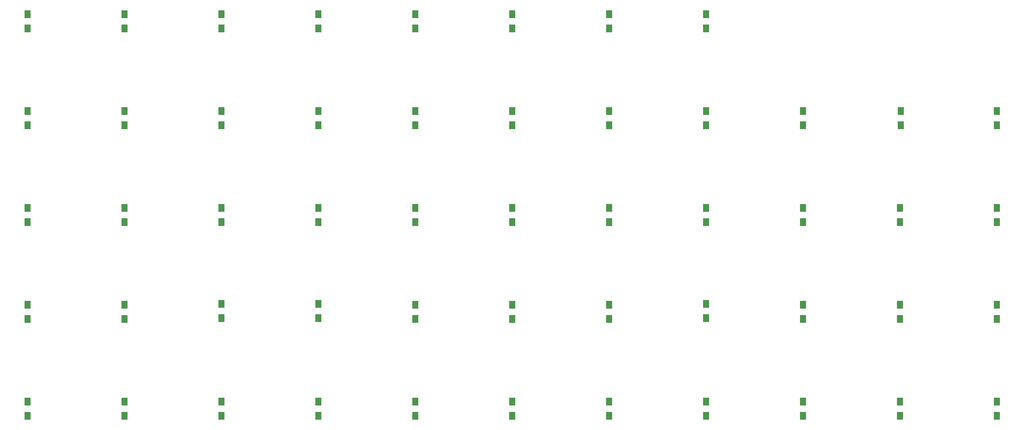
<source format=gbr>
%TF.GenerationSoftware,KiCad,Pcbnew,(5.1.6)-1*%
%TF.CreationDate,2020-06-27T17:36:21-05:00*%
%TF.ProjectId,DTM,44544d2e-6b69-4636-9164-5f7063625858,rev?*%
%TF.SameCoordinates,Original*%
%TF.FileFunction,Paste,Bot*%
%TF.FilePolarity,Positive*%
%FSLAX46Y46*%
G04 Gerber Fmt 4.6, Leading zero omitted, Abs format (unit mm)*
G04 Created by KiCad (PCBNEW (5.1.6)-1) date 2020-06-27 17:36:21*
%MOMM*%
%LPD*%
G01*
G04 APERTURE LIST*
%ADD10R,1.200000X1.600000*%
G04 APERTURE END LIST*
D10*
%TO.C,D18*%
X212090000Y-49025000D03*
X212090000Y-46225000D03*
%TD*%
%TO.C,D1*%
X40481250Y-29975000D03*
X40481250Y-27175000D03*
%TD*%
%TO.C,D2*%
X59531250Y-29975000D03*
X59531250Y-27175000D03*
%TD*%
%TO.C,D3*%
X78581250Y-29975000D03*
X78581250Y-27175000D03*
%TD*%
%TO.C,D4*%
X97631250Y-29975000D03*
X97631250Y-27175000D03*
%TD*%
%TO.C,D5*%
X116681250Y-29975000D03*
X116681250Y-27175000D03*
%TD*%
%TO.C,D6*%
X135731250Y-29975000D03*
X135731250Y-27175000D03*
%TD*%
%TO.C,D7*%
X154781250Y-29975000D03*
X154781250Y-27175000D03*
%TD*%
%TO.C,D8*%
X173831250Y-29975000D03*
X173831250Y-27175000D03*
%TD*%
%TO.C,D9*%
X40481250Y-49025000D03*
X40481250Y-46225000D03*
%TD*%
%TO.C,D10*%
X59531250Y-49025000D03*
X59531250Y-46225000D03*
%TD*%
%TO.C,D11*%
X78581250Y-49025000D03*
X78581250Y-46225000D03*
%TD*%
%TO.C,D12*%
X97631250Y-49025000D03*
X97631250Y-46225000D03*
%TD*%
%TO.C,D13*%
X116681250Y-49025000D03*
X116681250Y-46225000D03*
%TD*%
%TO.C,D14*%
X135731250Y-49025000D03*
X135731250Y-46225000D03*
%TD*%
%TO.C,D15*%
X154781250Y-49025000D03*
X154781250Y-46225000D03*
%TD*%
%TO.C,D16*%
X173831250Y-49025000D03*
X173831250Y-46225000D03*
%TD*%
%TO.C,D17*%
X192881250Y-49025000D03*
X192881250Y-46225000D03*
%TD*%
%TO.C,D19*%
X230981250Y-49025000D03*
X230981250Y-46225000D03*
%TD*%
%TO.C,D20*%
X40481250Y-68075000D03*
X40481250Y-65275000D03*
%TD*%
%TO.C,D21*%
X59531250Y-68075000D03*
X59531250Y-65275000D03*
%TD*%
%TO.C,D22*%
X78581250Y-68075000D03*
X78581250Y-65275000D03*
%TD*%
%TO.C,D23*%
X97631250Y-68075000D03*
X97631250Y-65275000D03*
%TD*%
%TO.C,D24*%
X116681250Y-68075000D03*
X116681250Y-65275000D03*
%TD*%
%TO.C,D25*%
X135731250Y-68075000D03*
X135731250Y-65275000D03*
%TD*%
%TO.C,D26*%
X154781250Y-68075000D03*
X154781250Y-65275000D03*
%TD*%
%TO.C,D27*%
X173831250Y-68075000D03*
X173831250Y-65275000D03*
%TD*%
%TO.C,D28*%
X192881250Y-68075000D03*
X192881250Y-65275000D03*
%TD*%
%TO.C,D29*%
X211931250Y-68075000D03*
X211931250Y-65275000D03*
%TD*%
%TO.C,D30*%
X230981250Y-68075000D03*
X230981250Y-65275000D03*
%TD*%
%TO.C,D31*%
X40481250Y-87125000D03*
X40481250Y-84325000D03*
%TD*%
%TO.C,D32*%
X59531250Y-87125000D03*
X59531250Y-84325000D03*
%TD*%
%TO.C,D33*%
X78581250Y-87006250D03*
X78581250Y-84206250D03*
%TD*%
%TO.C,D34*%
X97631250Y-87006250D03*
X97631250Y-84206250D03*
%TD*%
%TO.C,D35*%
X116681250Y-87125000D03*
X116681250Y-84325000D03*
%TD*%
%TO.C,D36*%
X135731250Y-87125000D03*
X135731250Y-84325000D03*
%TD*%
%TO.C,D37*%
X154781250Y-87125000D03*
X154781250Y-84325000D03*
%TD*%
%TO.C,D38*%
X173831250Y-87006250D03*
X173831250Y-84206250D03*
%TD*%
%TO.C,D39*%
X192881250Y-87125000D03*
X192881250Y-84325000D03*
%TD*%
%TO.C,D40*%
X211931250Y-87125000D03*
X211931250Y-84325000D03*
%TD*%
%TO.C,D41*%
X230981250Y-87125000D03*
X230981250Y-84325000D03*
%TD*%
%TO.C,D42*%
X40481250Y-106175000D03*
X40481250Y-103375000D03*
%TD*%
%TO.C,D43*%
X59531250Y-106175000D03*
X59531250Y-103375000D03*
%TD*%
%TO.C,D44*%
X78581250Y-106175000D03*
X78581250Y-103375000D03*
%TD*%
%TO.C,D45*%
X97631250Y-106175000D03*
X97631250Y-103375000D03*
%TD*%
%TO.C,D46*%
X116681250Y-106175000D03*
X116681250Y-103375000D03*
%TD*%
%TO.C,D47*%
X135731250Y-106175000D03*
X135731250Y-103375000D03*
%TD*%
%TO.C,D48*%
X154781250Y-106175000D03*
X154781250Y-103375000D03*
%TD*%
%TO.C,D49*%
X173831250Y-106175000D03*
X173831250Y-103375000D03*
%TD*%
%TO.C,D50*%
X192881250Y-106175000D03*
X192881250Y-103375000D03*
%TD*%
%TO.C,D51*%
X211931250Y-106175000D03*
X211931250Y-103375000D03*
%TD*%
%TO.C,D52*%
X230981250Y-106175000D03*
X230981250Y-103375000D03*
%TD*%
M02*

</source>
